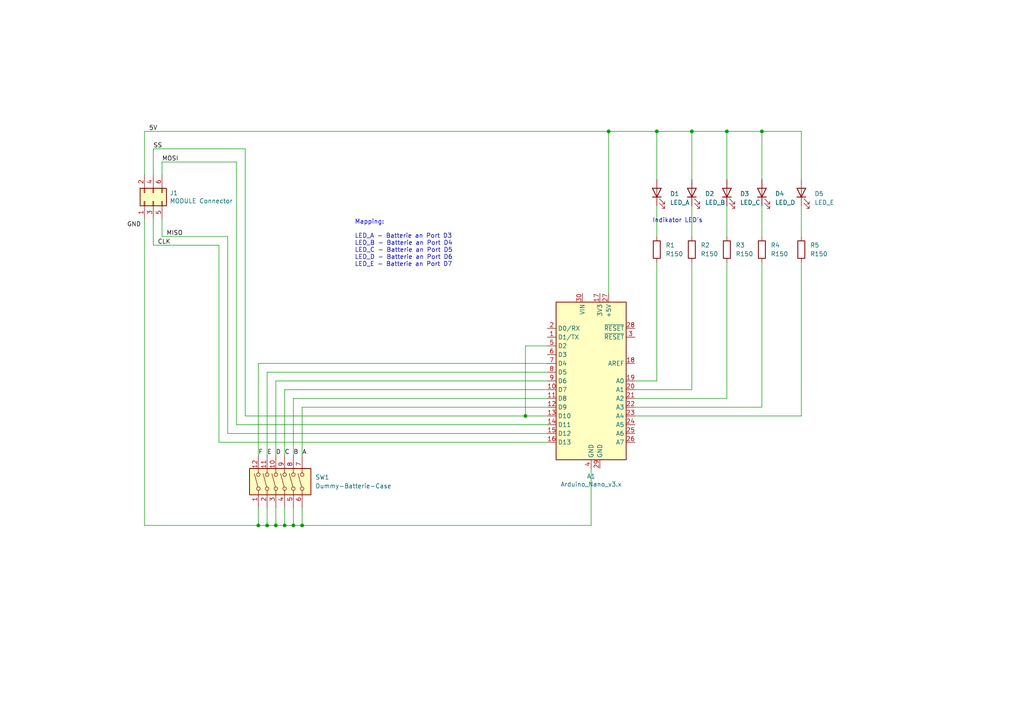
<source format=kicad_sch>
(kicad_sch (version 20211123) (generator eeschema)
  (paper "A4")
  (title_block (title "Schaltplan Modul Case (00)") (date "14.12.2022"))
  (lib_symbols
    (symbol "Connector_Generic:Conn_02x03_Odd_Even" (pin_names (offset 1.016) hide)
      (property "Reference" "J" (at 1.27 5.08 0))
      (property "Value" "Conn_02x03_Odd_Even" (at 1.27 -5.08 0))
      (symbol "Conn_02x03_Odd_Even_1_1"
        (rectangle (start -1.27 -2.413) (end 0 -2.667) (stroke (width 0.1524)))
        (rectangle (start -1.27 0.127) (end 0 -0.127) (stroke (width 0.1524)))
        (rectangle (start -1.27 2.667) (end 0 2.413) (stroke (width 0.1524)))
        (rectangle (start -1.27 3.81) (end 3.81 -3.81) (stroke (width 0.254)) (fill (type background)))
        (rectangle (start 3.81 -2.413) (end 2.54 -2.667) (stroke (width 0.1524)))
        (rectangle (start 3.81 0.127) (end 2.54 -0.127) (stroke (width 0.1524)))
        (rectangle (start 3.81 2.667) (end 2.54 2.413) (stroke (width 0.1524)))
        (pin passive line (at -5.08 2.54 0) (length 3.81) (name "Pin_1") (number "1"))
        (pin passive line (at 7.62 2.54 180) (length 3.81) (name "Pin_2") (number "2"))
        (pin passive line (at -5.08 0 0) (length 3.81) (name "Pin_3") (number "3"))
        (pin passive line (at 7.62 0 180) (length 3.81) (name "Pin_4") (number "4"))
        (pin passive line (at -5.08 -2.54 0) (length 3.81) (name "Pin_5") (number "5"))
        (pin passive line (at 7.62 -2.54 180) (length 3.81) (name "Pin_6") (number "6"))
      )
    )
    (symbol "Device:LED" (pin_numbers hide) (pin_names (offset 1.016) hide)
      (property "Reference" "D" (at 0 2.54 0))
      (property "Value" "LED" (at 0 -2.54 0))
      (symbol "LED_0_1"
        (polyline (pts (xy -1.27 -1.27) (xy -1.27 1.27)) (stroke (width 0.254)))
        (polyline (pts (xy -1.27 0) (xy 1.27 0)))
        (polyline (pts (xy 1.27 -1.27) (xy 1.27 1.27) (xy -1.27 0) (xy 1.27 -1.27)) (stroke (width 0.254)))
        (polyline (pts (xy -3.048 -0.762) (xy -4.572 -2.286) (xy -3.81 -2.286) (xy -4.572 -2.286) (xy -4.572 -1.524)))
        (polyline (pts (xy -1.778 -0.762) (xy -3.302 -2.286) (xy -2.54 -2.286) (xy -3.302 -2.286) (xy -3.302 -1.524)))
      )
      (symbol "LED_1_1"
        (pin passive line (at -3.81 0 0) (length 2.54) (name "K") (number "1"))
        (pin passive line (at 3.81 0 180) (length 2.54) (name "A") (number "2"))
      )
    )
    (symbol "Device:R" (pin_numbers hide) (pin_names (offset 0))
      (property "Reference" "R" (at 2.032 0 90))
      (property "Value" "R" (at 0 0 90))
      (symbol "R_0_1"
        (rectangle (start -1.016 -2.54) (end 1.016 2.54) (stroke (width 0.254)))
      )
      (symbol "R_1_1"
        (pin passive line (at 0 3.81 270) (length 1.27) (name "~") (number "1"))
        (pin passive line (at 0 -3.81 90) (length 1.27) (name "~") (number "2"))
      )
    )
    (symbol "MCU_Module:Arduino_Nano_v3.x"
      (property "Reference" "A" (at -10.16 23.495 0))
      (property "Value" "Arduino_Nano_v3.x" (at 5.08 -24.13 0))
      (symbol "Arduino_Nano_v3.x_0_1"
        (rectangle (start -10.16 22.86) (end 10.16 -22.86) (stroke (width 0.254)) (fill (type background)))
      )
      (symbol "Arduino_Nano_v3.x_1_1"
        (pin bidirectional line (at -12.7 12.7 0) (length 2.54) (name "D1/TX") (number "1"))
        (pin bidirectional line (at -12.7 -2.54 0) (length 2.54) (name "D7") (number "10"))
        (pin bidirectional line (at -12.7 -5.08 0) (length 2.54) (name "D8") (number "11"))
        (pin bidirectional line (at -12.7 -7.62 0) (length 2.54) (name "D9") (number "12"))
        (pin bidirectional line (at -12.7 -10.16 0) (length 2.54) (name "D10") (number "13"))
        (pin bidirectional line (at -12.7 -12.7 0) (length 2.54) (name "D11") (number "14"))
        (pin bidirectional line (at -12.7 -15.24 0) (length 2.54) (name "D12") (number "15"))
        (pin bidirectional line (at -12.7 -17.78 0) (length 2.54) (name "D13") (number "16"))
        (pin power_out line (at 2.54 25.4 270) (length 2.54) (name "3V3") (number "17"))
        (pin input line (at 12.7 5.08 180) (length 2.54) (name "AREF") (number "18"))
        (pin bidirectional line (at 12.7 0 180) (length 2.54) (name "A0") (number "19"))
        (pin bidirectional line (at -12.7 15.24 0) (length 2.54) (name "D0/RX") (number "2"))
        (pin bidirectional line (at 12.7 -2.54 180) (length 2.54) (name "A1") (number "20"))
        (pin bidirectional line (at 12.7 -5.08 180) (length 2.54) (name "A2") (number "21"))
        (pin bidirectional line (at 12.7 -7.62 180) (length 2.54) (name "A3") (number "22"))
        (pin bidirectional line (at 12.7 -10.16 180) (length 2.54) (name "A4") (number "23"))
        (pin bidirectional line (at 12.7 -12.7 180) (length 2.54) (name "A5") (number "24"))
        (pin bidirectional line (at 12.7 -15.24 180) (length 2.54) (name "A6") (number "25"))
        (pin bidirectional line (at 12.7 -17.78 180) (length 2.54) (name "A7") (number "26"))
        (pin power_out line (at 5.08 25.4 270) (length 2.54) (name "+5V") (number "27"))
        (pin input line (at 12.7 15.24 180) (length 2.54) (name "~{RESET}") (number "28"))
        (pin power_in line (at 2.54 -25.4 90) (length 2.54) (name "GND") (number "29"))
        (pin input line (at 12.7 12.7 180) (length 2.54) (name "~{RESET}") (number "3"))
        (pin power_in line (at -2.54 25.4 270) (length 2.54) (name "VIN") (number "30"))
        (pin power_in line (at 0 -25.4 90) (length 2.54) (name "GND") (number "4"))
        (pin bidirectional line (at -12.7 10.16 0) (length 2.54) (name "D2") (number "5"))
        (pin bidirectional line (at -12.7 7.62 0) (length 2.54) (name "D3") (number "6"))
        (pin bidirectional line (at -12.7 5.08 0) (length 2.54) (name "D4") (number "7"))
        (pin bidirectional line (at -12.7 2.54 0) (length 2.54) (name "D5") (number "8"))
        (pin bidirectional line (at -12.7 0 0) (length 2.54) (name "D6") (number "9"))
      )
    )
    (symbol "Switch:SW_DIP_x06" (pin_names (offset 0) hide)
      (property "Reference" "SW" (at 0 11.43 0))
      (property "Value" "SW_DIP_x06" (at 0 -8.89 0))
      (symbol "SW_DIP_x06_0_0"
        (circle (center -2.032 -5.08) (radius 0.508))
        (circle (center -2.032 -2.54) (radius 0.508))
        (circle (center -2.032 0) (radius 0.508))
        (circle (center -2.032 2.54) (radius 0.508))
        (circle (center -2.032 5.08) (radius 0.508))
        (circle (center -2.032 7.62) (radius 0.508))
        (polyline (pts (xy -1.524 -4.9276) (xy 2.3622 -3.8862)))
        (polyline (pts (xy -1.524 -2.3876) (xy 2.3622 -1.3462)))
        (polyline (pts (xy -1.524 0.127) (xy 2.3622 1.1684)))
        (polyline (pts (xy -1.524 2.667) (xy 2.3622 3.7084)))
        (polyline (pts (xy -1.524 5.207) (xy 2.3622 6.2484)))
        (polyline (pts (xy -1.524 7.747) (xy 2.3622 8.7884)))
        (circle (center 2.032 -5.08) (radius 0.508))
        (circle (center 2.032 -2.54) (radius 0.508))
        (circle (center 2.032 0) (radius 0.508))
        (circle (center 2.032 2.54) (radius 0.508))
        (circle (center 2.032 5.08) (radius 0.508))
        (circle (center 2.032 7.62) (radius 0.508))
      )
      (symbol "SW_DIP_x06_0_1"
        (rectangle (start -3.81 10.16) (end 3.81 -7.62) (stroke (width 0.254)) (fill (type background)))
      )
      (symbol "SW_DIP_x06_1_1"
        (pin passive line (at -7.62 7.62 0) (length 5.08) (name "~") (number "1"))
        (pin passive line (at 7.62 2.54 180) (length 5.08) (name "~") (number "10"))
        (pin passive line (at 7.62 5.08 180) (length 5.08) (name "~") (number "11"))
        (pin passive line (at 7.62 7.62 180) (length 5.08) (name "~") (number "12"))
        (pin passive line (at -7.62 5.08 0) (length 5.08) (name "~") (number "2"))
        (pin passive line (at -7.62 2.54 0) (length 5.08) (name "~") (number "3"))
        (pin passive line (at -7.62 0 0) (length 5.08) (name "~") (number "4"))
        (pin passive line (at -7.62 -2.54 0) (length 5.08) (name "~") (number "5"))
        (pin passive line (at -7.62 -5.08 0) (length 5.08) (name "~") (number "6"))
        (pin passive line (at 7.62 -5.08 180) (length 5.08) (name "~") (number "7"))
        (pin passive line (at 7.62 -2.54 180) (length 5.08) (name "~") (number "8"))
        (pin passive line (at 7.62 0 180) (length 5.08) (name "~") (number "9"))
      )
    )
  )
  (junction (at 176.53 38.1))
  (junction (at 77.47 152.4))
  (junction (at 80.01 152.4))
  (junction (at 200.66 38.1))
  (junction (at 74.93 152.4))
  (junction (at 82.55 152.4))
  (junction (at 87.63 152.4))
  (junction (at 190.5 38.1))
  (junction (at 210.82 38.1))
  (junction (at 85.09 152.4))
  (junction (at 152.4 120.65))
  (junction (at 220.98 38.1))
  (wire (pts (xy 200.66 76.2) (xy 200.66 113.03)))
  (wire (pts (xy 46.99 50.8) (xy 46.99 46.99)))
  (wire (pts (xy 41.91 152.4) (xy 74.93 152.4)))
  (wire (pts (xy 200.66 52.07) (xy 200.66 38.1)))
  (wire (pts (xy 71.12 43.18) (xy 71.12 120.65)))
  (wire (pts (xy 87.63 152.4) (xy 171.45 152.4)))
  (wire (pts (xy 80.01 132.08) (xy 80.01 110.49)))
  (wire (pts (xy 80.01 147.32) (xy 80.01 152.4)))
  (wire (pts (xy 74.93 105.41) (xy 158.75 105.41)))
  (wire (pts (xy 190.5 110.49) (xy 184.15 110.49)))
  (wire (pts (xy 85.09 132.08) (xy 85.09 115.57)))
  (wire (pts (xy 200.66 59.69) (xy 200.66 68.58)))
  (wire (pts (xy 85.09 152.4) (xy 87.63 152.4)))
  (wire (pts (xy 232.41 59.69) (xy 232.41 68.58)))
  (wire (pts (xy 220.98 118.11) (xy 184.15 118.11)))
  (wire (pts (xy 66.04 125.73) (xy 158.75 125.73)))
  (wire (pts (xy 41.91 50.8) (xy 41.91 38.1)))
  (wire (pts (xy 41.91 63.5) (xy 41.91 152.4)))
  (wire (pts (xy 200.66 113.03) (xy 184.15 113.03)))
  (wire (pts (xy 232.41 38.1) (xy 220.98 38.1)))
  (wire (pts (xy 220.98 59.69) (xy 220.98 68.58)))
  (wire (pts (xy 46.99 46.99) (xy 68.58 46.99)))
  (wire (pts (xy 232.41 120.65) (xy 184.15 120.65)))
  (wire (pts (xy 74.93 132.08) (xy 74.93 105.41)))
  (wire (pts (xy 77.47 152.4) (xy 80.01 152.4)))
  (wire (pts (xy 82.55 147.32) (xy 82.55 152.4)))
  (wire (pts (xy 190.5 38.1) (xy 176.53 38.1)))
  (wire (pts (xy 190.5 76.2) (xy 190.5 110.49)))
  (wire (pts (xy 87.63 132.08) (xy 87.63 118.11)))
  (wire (pts (xy 220.98 38.1) (xy 210.82 38.1)))
  (wire (pts (xy 87.63 118.11) (xy 158.75 118.11)))
  (wire (pts (xy 46.99 68.58) (xy 66.04 68.58)))
  (wire (pts (xy 220.98 76.2) (xy 220.98 118.11)))
  (wire (pts (xy 71.12 120.65) (xy 152.4 120.65)))
  (wire (pts (xy 85.09 115.57) (xy 158.75 115.57)))
  (wire (pts (xy 44.45 63.5) (xy 44.45 71.12)))
  (wire (pts (xy 41.91 38.1) (xy 176.53 38.1)))
  (wire (pts (xy 63.5 128.27) (xy 158.75 128.27)))
  (wire (pts (xy 82.55 132.08) (xy 82.55 113.03)))
  (wire (pts (xy 82.55 113.03) (xy 158.75 113.03)))
  (wire (pts (xy 77.47 132.08) (xy 77.47 107.95)))
  (wire (pts (xy 44.45 50.8) (xy 44.45 43.18)))
  (wire (pts (xy 210.82 76.2) (xy 210.82 115.57)))
  (wire (pts (xy 77.47 107.95) (xy 158.75 107.95)))
  (wire (pts (xy 68.58 46.99) (xy 68.58 123.19)))
  (wire (pts (xy 68.58 123.19) (xy 158.75 123.19)))
  (wire (pts (xy 44.45 71.12) (xy 63.5 71.12)))
  (wire (pts (xy 232.41 76.2) (xy 232.41 120.65)))
  (wire (pts (xy 66.04 68.58) (xy 66.04 125.73)))
  (wire (pts (xy 232.41 52.07) (xy 232.41 38.1)))
  (wire (pts (xy 80.01 110.49) (xy 158.75 110.49)))
  (wire (pts (xy 210.82 59.69) (xy 210.82 68.58)))
  (wire (pts (xy 220.98 52.07) (xy 220.98 38.1)))
  (wire (pts (xy 77.47 147.32) (xy 77.47 152.4)))
  (wire (pts (xy 74.93 152.4) (xy 77.47 152.4)))
  (wire (pts (xy 152.4 100.33) (xy 152.4 120.65)))
  (wire (pts (xy 190.5 38.1) (xy 200.66 38.1)))
  (wire (pts (xy 158.75 100.33) (xy 152.4 100.33)))
  (wire (pts (xy 210.82 52.07) (xy 210.82 38.1)))
  (wire (pts (xy 82.55 152.4) (xy 85.09 152.4)))
  (wire (pts (xy 87.63 147.32) (xy 87.63 152.4)))
  (wire (pts (xy 190.5 52.07) (xy 190.5 38.1)))
  (wire (pts (xy 171.45 152.4) (xy 171.45 135.89)))
  (wire (pts (xy 63.5 71.12) (xy 63.5 128.27)))
  (wire (pts (xy 176.53 38.1) (xy 176.53 85.09)))
  (wire (pts (xy 44.45 43.18) (xy 71.12 43.18)))
  (wire (pts (xy 152.4 120.65) (xy 158.75 120.65)))
  (wire (pts (xy 80.01 152.4) (xy 82.55 152.4)))
  (wire (pts (xy 85.09 147.32) (xy 85.09 152.4)))
  (wire (pts (xy 74.93 147.32) (xy 74.93 152.4)))
  (wire (pts (xy 190.5 59.69) (xy 190.5 68.58)))
  (wire (pts (xy 200.66 38.1) (xy 210.82 38.1)))
  (wire (pts (xy 46.99 63.5) (xy 46.99 68.58)))
  (wire (pts (xy 210.82 115.57) (xy 184.15 115.57)))
  (text "Indikator LED's\n" (at 189.23 64.77 0) (effects (font (size 1.27 1.27)) (justify left bottom)))
  (text "Mapping:\n\nLED_A - Batterie an Port D3\nLED_B - Batterie an Port D4\nLED_C - Batterie an Port D5\nLED_D - Batterie an Port D6\nLED_E - Batterie an Port D7" (at 102.87 77.47 0) (effects (font (size 1.27 1.27)) (justify left bottom)))
  (label "5V" (at 43.18 38.1 0))
  (label "GND" (at 36.83 66.04 0))
  (label "C" (at 82.55 132.08 0))
  (label "SS" (at 44.45 43.18 0))
  (label "MOSI" (at 46.99 46.99 0))
  (label "E" (at 77.47 132.08 0))
  (label "A" (at 87.63 132.08 0))
  (label "D" (at 80.01 132.08 0))
  (label "F" (at 74.93 132.08 0))
  (label "MISO" (at 48.26 68.58 0))
  (label "B" (at 85.09 132.08 0))
  (label "CLK" (at 45.72 71.12 0))
  (symbol (lib_id "Connector_Generic:Conn_02x03_Odd_Even") (at 44.45 58.42 90) (unit 1)
    (property "Reference" "J1" (at 49.2252 55.9816 90) (effects (justify right)))
    (property "Value" "MODULE Connector" (at 49.2252 58.293 90) (effects (justify right)))
  )
  (symbol (lib_id "MCU_Module:Arduino_Nano_v3.x") (at 171.45 110.49 0) (unit 1)
    (property "Reference" "A1" (at 171.45 138.1506 0))
    (property "Value" "Arduino_Nano_v3.x" (at 171.45 140.462 0))
    (property "Footprint" "Module:Arduino_Nano" (effects hide))
    (property "Datasheet" "http://www.mouser.com/pdfdocs/Gravitech_Arduino_Nano3_0.pdf" (effects hide))
  )
  (symbol (lib_id "Device:R") (at 190.5 72.39 0) (unit 1)
    (property "Reference" "R1" (at 193.04 71.1199 0) (effects (justify left)))
    (property "Value" "R150" (at 193.04 73.6599 0) (effects (justify left)))
  )
  (symbol (lib_id "Device:LED") (at 210.82 55.88 90) (unit 1)
    (property "Reference" "D3" (at 214.63 56.1974 90) (effects (justify right)))
    (property "Value" "LED_C" (at 214.63 58.7374 90) (effects (justify right)))
  )
  (symbol (lib_id "Device:LED") (at 200.66 55.88 90) (unit 1)
    (property "Reference" "D2" (at 204.47 56.1974 90) (effects (justify right)))
    (property "Value" "LED_B" (at 204.47 58.7374 90) (effects (justify right)))
  )
  (symbol (lib_id "Device:LED") (at 220.98 55.88 90) (unit 1)
    (property "Reference" "D4" (at 224.79 56.1974 90) (effects (justify right)))
    (property "Value" "LED_D" (at 224.79 58.7374 90) (effects (justify right)))
  )
  (symbol (lib_id "Device:R") (at 200.66 72.39 0) (unit 1)
    (property "Reference" "R2" (at 203.2 71.1199 0) (effects (justify left)))
    (property "Value" "R150" (at 203.2 73.6599 0) (effects (justify left)))
  )
  (symbol (lib_id "Switch:SW_DIP_x06") (at 82.55 139.7 90) (unit 1)
    (property "Reference" "SW1" (at 91.44 138.4299 90) (effects (justify right)))
    (property "Value" "Dummy-Batterie-Case" (at 91.44 140.9699 90) (effects (justify right)))
  )
  (symbol (lib_id "Device:LED") (at 232.41 55.88 90) (unit 1)
    (property "Reference" "D5" (at 236.22 56.1974 90) (effects (justify right)))
    (property "Value" "LED_E" (at 236.22 58.7374 90) (effects (justify right)))
  )
  (symbol (lib_id "Device:LED") (at 190.5 55.88 90) (unit 1)
    (property "Reference" "D1" (at 194.31 56.1974 90) (effects (justify right)))
    (property "Value" "LED_A" (at 194.31 58.7374 90) (effects (justify right)))
  )
  (symbol (lib_id "Device:R") (at 210.82 72.39 0) (unit 1)
    (property "Reference" "R3" (at 213.36 71.1199 0) (effects (justify left)))
    (property "Value" "R150" (at 213.36 73.6599 0) (effects (justify left)))
  )
  (symbol (lib_id "Device:R") (at 220.98 72.39 0) (unit 1)
    (property "Reference" "R4" (at 223.52 71.1199 0) (effects (justify left)))
    (property "Value" "R150" (at 223.52 73.6599 0) (effects (justify left)))
  )
  (symbol (lib_id "Device:R") (at 232.41 72.39 0) (unit 1)
    (property "Reference" "R5" (at 234.95 71.1199 0) (effects (justify left)))
    (property "Value" "R150" (at 234.95 73.6599 0) (effects (justify left)))
  )
)
</source>
